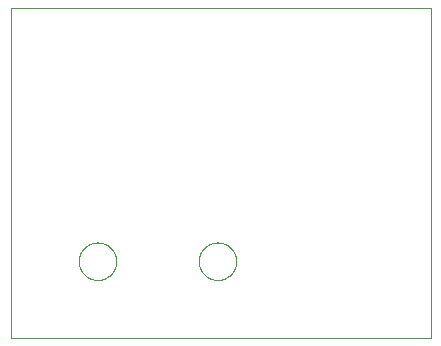
<source format=gbp>
G75*
%MOIN*%
%OFA0B0*%
%FSLAX25Y25*%
%IPPOS*%
%LPD*%
%AMOC8*
5,1,8,0,0,1.08239X$1,22.5*
%
%ADD10C,0.00000*%
D10*
X0001500Y0005000D02*
X0001500Y0115000D01*
X0141500Y0115000D01*
X0141500Y0005000D01*
X0001500Y0005000D01*
X0024250Y0030500D02*
X0024252Y0030658D01*
X0024258Y0030815D01*
X0024268Y0030973D01*
X0024282Y0031130D01*
X0024300Y0031286D01*
X0024321Y0031443D01*
X0024347Y0031598D01*
X0024377Y0031753D01*
X0024410Y0031907D01*
X0024448Y0032060D01*
X0024489Y0032213D01*
X0024534Y0032364D01*
X0024583Y0032514D01*
X0024636Y0032662D01*
X0024692Y0032810D01*
X0024753Y0032955D01*
X0024816Y0033100D01*
X0024884Y0033242D01*
X0024955Y0033383D01*
X0025029Y0033522D01*
X0025107Y0033659D01*
X0025189Y0033794D01*
X0025273Y0033927D01*
X0025362Y0034058D01*
X0025453Y0034186D01*
X0025548Y0034313D01*
X0025645Y0034436D01*
X0025746Y0034558D01*
X0025850Y0034676D01*
X0025957Y0034792D01*
X0026067Y0034905D01*
X0026179Y0035016D01*
X0026295Y0035123D01*
X0026413Y0035228D01*
X0026533Y0035330D01*
X0026656Y0035428D01*
X0026782Y0035524D01*
X0026910Y0035616D01*
X0027040Y0035705D01*
X0027172Y0035791D01*
X0027307Y0035873D01*
X0027444Y0035952D01*
X0027582Y0036027D01*
X0027722Y0036099D01*
X0027865Y0036167D01*
X0028008Y0036232D01*
X0028154Y0036293D01*
X0028301Y0036350D01*
X0028449Y0036404D01*
X0028599Y0036454D01*
X0028749Y0036500D01*
X0028901Y0036542D01*
X0029054Y0036581D01*
X0029208Y0036615D01*
X0029363Y0036646D01*
X0029518Y0036672D01*
X0029674Y0036695D01*
X0029831Y0036714D01*
X0029988Y0036729D01*
X0030145Y0036740D01*
X0030303Y0036747D01*
X0030461Y0036750D01*
X0030618Y0036749D01*
X0030776Y0036744D01*
X0030933Y0036735D01*
X0031091Y0036722D01*
X0031247Y0036705D01*
X0031404Y0036684D01*
X0031559Y0036660D01*
X0031714Y0036631D01*
X0031869Y0036598D01*
X0032022Y0036562D01*
X0032175Y0036521D01*
X0032326Y0036477D01*
X0032476Y0036429D01*
X0032625Y0036378D01*
X0032773Y0036322D01*
X0032919Y0036263D01*
X0033064Y0036200D01*
X0033207Y0036133D01*
X0033348Y0036063D01*
X0033487Y0035990D01*
X0033625Y0035913D01*
X0033761Y0035832D01*
X0033894Y0035748D01*
X0034025Y0035661D01*
X0034154Y0035570D01*
X0034281Y0035476D01*
X0034406Y0035379D01*
X0034527Y0035279D01*
X0034647Y0035176D01*
X0034763Y0035070D01*
X0034877Y0034961D01*
X0034989Y0034849D01*
X0035097Y0034735D01*
X0035202Y0034617D01*
X0035305Y0034497D01*
X0035404Y0034375D01*
X0035500Y0034250D01*
X0035593Y0034122D01*
X0035683Y0033993D01*
X0035769Y0033861D01*
X0035853Y0033727D01*
X0035932Y0033591D01*
X0036009Y0033453D01*
X0036081Y0033313D01*
X0036150Y0033171D01*
X0036216Y0033028D01*
X0036278Y0032883D01*
X0036336Y0032736D01*
X0036391Y0032588D01*
X0036442Y0032439D01*
X0036489Y0032288D01*
X0036532Y0032137D01*
X0036571Y0031984D01*
X0036607Y0031830D01*
X0036638Y0031676D01*
X0036666Y0031521D01*
X0036690Y0031365D01*
X0036710Y0031208D01*
X0036726Y0031051D01*
X0036738Y0030894D01*
X0036746Y0030737D01*
X0036750Y0030579D01*
X0036750Y0030421D01*
X0036746Y0030263D01*
X0036738Y0030106D01*
X0036726Y0029949D01*
X0036710Y0029792D01*
X0036690Y0029635D01*
X0036666Y0029479D01*
X0036638Y0029324D01*
X0036607Y0029170D01*
X0036571Y0029016D01*
X0036532Y0028863D01*
X0036489Y0028712D01*
X0036442Y0028561D01*
X0036391Y0028412D01*
X0036336Y0028264D01*
X0036278Y0028117D01*
X0036216Y0027972D01*
X0036150Y0027829D01*
X0036081Y0027687D01*
X0036009Y0027547D01*
X0035932Y0027409D01*
X0035853Y0027273D01*
X0035769Y0027139D01*
X0035683Y0027007D01*
X0035593Y0026878D01*
X0035500Y0026750D01*
X0035404Y0026625D01*
X0035305Y0026503D01*
X0035202Y0026383D01*
X0035097Y0026265D01*
X0034989Y0026151D01*
X0034877Y0026039D01*
X0034763Y0025930D01*
X0034647Y0025824D01*
X0034527Y0025721D01*
X0034406Y0025621D01*
X0034281Y0025524D01*
X0034154Y0025430D01*
X0034025Y0025339D01*
X0033894Y0025252D01*
X0033761Y0025168D01*
X0033625Y0025087D01*
X0033487Y0025010D01*
X0033348Y0024937D01*
X0033207Y0024867D01*
X0033064Y0024800D01*
X0032919Y0024737D01*
X0032773Y0024678D01*
X0032625Y0024622D01*
X0032476Y0024571D01*
X0032326Y0024523D01*
X0032175Y0024479D01*
X0032022Y0024438D01*
X0031869Y0024402D01*
X0031714Y0024369D01*
X0031559Y0024340D01*
X0031404Y0024316D01*
X0031247Y0024295D01*
X0031091Y0024278D01*
X0030933Y0024265D01*
X0030776Y0024256D01*
X0030618Y0024251D01*
X0030461Y0024250D01*
X0030303Y0024253D01*
X0030145Y0024260D01*
X0029988Y0024271D01*
X0029831Y0024286D01*
X0029674Y0024305D01*
X0029518Y0024328D01*
X0029363Y0024354D01*
X0029208Y0024385D01*
X0029054Y0024419D01*
X0028901Y0024458D01*
X0028749Y0024500D01*
X0028599Y0024546D01*
X0028449Y0024596D01*
X0028301Y0024650D01*
X0028154Y0024707D01*
X0028008Y0024768D01*
X0027865Y0024833D01*
X0027722Y0024901D01*
X0027582Y0024973D01*
X0027444Y0025048D01*
X0027307Y0025127D01*
X0027172Y0025209D01*
X0027040Y0025295D01*
X0026910Y0025384D01*
X0026782Y0025476D01*
X0026656Y0025572D01*
X0026533Y0025670D01*
X0026413Y0025772D01*
X0026295Y0025877D01*
X0026179Y0025984D01*
X0026067Y0026095D01*
X0025957Y0026208D01*
X0025850Y0026324D01*
X0025746Y0026442D01*
X0025645Y0026564D01*
X0025548Y0026687D01*
X0025453Y0026814D01*
X0025362Y0026942D01*
X0025273Y0027073D01*
X0025189Y0027206D01*
X0025107Y0027341D01*
X0025029Y0027478D01*
X0024955Y0027617D01*
X0024884Y0027758D01*
X0024816Y0027900D01*
X0024753Y0028045D01*
X0024692Y0028190D01*
X0024636Y0028338D01*
X0024583Y0028486D01*
X0024534Y0028636D01*
X0024489Y0028787D01*
X0024448Y0028940D01*
X0024410Y0029093D01*
X0024377Y0029247D01*
X0024347Y0029402D01*
X0024321Y0029557D01*
X0024300Y0029714D01*
X0024282Y0029870D01*
X0024268Y0030027D01*
X0024258Y0030185D01*
X0024252Y0030342D01*
X0024250Y0030500D01*
X0064250Y0030500D02*
X0064252Y0030658D01*
X0064258Y0030815D01*
X0064268Y0030973D01*
X0064282Y0031130D01*
X0064300Y0031286D01*
X0064321Y0031443D01*
X0064347Y0031598D01*
X0064377Y0031753D01*
X0064410Y0031907D01*
X0064448Y0032060D01*
X0064489Y0032213D01*
X0064534Y0032364D01*
X0064583Y0032514D01*
X0064636Y0032662D01*
X0064692Y0032810D01*
X0064753Y0032955D01*
X0064816Y0033100D01*
X0064884Y0033242D01*
X0064955Y0033383D01*
X0065029Y0033522D01*
X0065107Y0033659D01*
X0065189Y0033794D01*
X0065273Y0033927D01*
X0065362Y0034058D01*
X0065453Y0034186D01*
X0065548Y0034313D01*
X0065645Y0034436D01*
X0065746Y0034558D01*
X0065850Y0034676D01*
X0065957Y0034792D01*
X0066067Y0034905D01*
X0066179Y0035016D01*
X0066295Y0035123D01*
X0066413Y0035228D01*
X0066533Y0035330D01*
X0066656Y0035428D01*
X0066782Y0035524D01*
X0066910Y0035616D01*
X0067040Y0035705D01*
X0067172Y0035791D01*
X0067307Y0035873D01*
X0067444Y0035952D01*
X0067582Y0036027D01*
X0067722Y0036099D01*
X0067865Y0036167D01*
X0068008Y0036232D01*
X0068154Y0036293D01*
X0068301Y0036350D01*
X0068449Y0036404D01*
X0068599Y0036454D01*
X0068749Y0036500D01*
X0068901Y0036542D01*
X0069054Y0036581D01*
X0069208Y0036615D01*
X0069363Y0036646D01*
X0069518Y0036672D01*
X0069674Y0036695D01*
X0069831Y0036714D01*
X0069988Y0036729D01*
X0070145Y0036740D01*
X0070303Y0036747D01*
X0070461Y0036750D01*
X0070618Y0036749D01*
X0070776Y0036744D01*
X0070933Y0036735D01*
X0071091Y0036722D01*
X0071247Y0036705D01*
X0071404Y0036684D01*
X0071559Y0036660D01*
X0071714Y0036631D01*
X0071869Y0036598D01*
X0072022Y0036562D01*
X0072175Y0036521D01*
X0072326Y0036477D01*
X0072476Y0036429D01*
X0072625Y0036378D01*
X0072773Y0036322D01*
X0072919Y0036263D01*
X0073064Y0036200D01*
X0073207Y0036133D01*
X0073348Y0036063D01*
X0073487Y0035990D01*
X0073625Y0035913D01*
X0073761Y0035832D01*
X0073894Y0035748D01*
X0074025Y0035661D01*
X0074154Y0035570D01*
X0074281Y0035476D01*
X0074406Y0035379D01*
X0074527Y0035279D01*
X0074647Y0035176D01*
X0074763Y0035070D01*
X0074877Y0034961D01*
X0074989Y0034849D01*
X0075097Y0034735D01*
X0075202Y0034617D01*
X0075305Y0034497D01*
X0075404Y0034375D01*
X0075500Y0034250D01*
X0075593Y0034122D01*
X0075683Y0033993D01*
X0075769Y0033861D01*
X0075853Y0033727D01*
X0075932Y0033591D01*
X0076009Y0033453D01*
X0076081Y0033313D01*
X0076150Y0033171D01*
X0076216Y0033028D01*
X0076278Y0032883D01*
X0076336Y0032736D01*
X0076391Y0032588D01*
X0076442Y0032439D01*
X0076489Y0032288D01*
X0076532Y0032137D01*
X0076571Y0031984D01*
X0076607Y0031830D01*
X0076638Y0031676D01*
X0076666Y0031521D01*
X0076690Y0031365D01*
X0076710Y0031208D01*
X0076726Y0031051D01*
X0076738Y0030894D01*
X0076746Y0030737D01*
X0076750Y0030579D01*
X0076750Y0030421D01*
X0076746Y0030263D01*
X0076738Y0030106D01*
X0076726Y0029949D01*
X0076710Y0029792D01*
X0076690Y0029635D01*
X0076666Y0029479D01*
X0076638Y0029324D01*
X0076607Y0029170D01*
X0076571Y0029016D01*
X0076532Y0028863D01*
X0076489Y0028712D01*
X0076442Y0028561D01*
X0076391Y0028412D01*
X0076336Y0028264D01*
X0076278Y0028117D01*
X0076216Y0027972D01*
X0076150Y0027829D01*
X0076081Y0027687D01*
X0076009Y0027547D01*
X0075932Y0027409D01*
X0075853Y0027273D01*
X0075769Y0027139D01*
X0075683Y0027007D01*
X0075593Y0026878D01*
X0075500Y0026750D01*
X0075404Y0026625D01*
X0075305Y0026503D01*
X0075202Y0026383D01*
X0075097Y0026265D01*
X0074989Y0026151D01*
X0074877Y0026039D01*
X0074763Y0025930D01*
X0074647Y0025824D01*
X0074527Y0025721D01*
X0074406Y0025621D01*
X0074281Y0025524D01*
X0074154Y0025430D01*
X0074025Y0025339D01*
X0073894Y0025252D01*
X0073761Y0025168D01*
X0073625Y0025087D01*
X0073487Y0025010D01*
X0073348Y0024937D01*
X0073207Y0024867D01*
X0073064Y0024800D01*
X0072919Y0024737D01*
X0072773Y0024678D01*
X0072625Y0024622D01*
X0072476Y0024571D01*
X0072326Y0024523D01*
X0072175Y0024479D01*
X0072022Y0024438D01*
X0071869Y0024402D01*
X0071714Y0024369D01*
X0071559Y0024340D01*
X0071404Y0024316D01*
X0071247Y0024295D01*
X0071091Y0024278D01*
X0070933Y0024265D01*
X0070776Y0024256D01*
X0070618Y0024251D01*
X0070461Y0024250D01*
X0070303Y0024253D01*
X0070145Y0024260D01*
X0069988Y0024271D01*
X0069831Y0024286D01*
X0069674Y0024305D01*
X0069518Y0024328D01*
X0069363Y0024354D01*
X0069208Y0024385D01*
X0069054Y0024419D01*
X0068901Y0024458D01*
X0068749Y0024500D01*
X0068599Y0024546D01*
X0068449Y0024596D01*
X0068301Y0024650D01*
X0068154Y0024707D01*
X0068008Y0024768D01*
X0067865Y0024833D01*
X0067722Y0024901D01*
X0067582Y0024973D01*
X0067444Y0025048D01*
X0067307Y0025127D01*
X0067172Y0025209D01*
X0067040Y0025295D01*
X0066910Y0025384D01*
X0066782Y0025476D01*
X0066656Y0025572D01*
X0066533Y0025670D01*
X0066413Y0025772D01*
X0066295Y0025877D01*
X0066179Y0025984D01*
X0066067Y0026095D01*
X0065957Y0026208D01*
X0065850Y0026324D01*
X0065746Y0026442D01*
X0065645Y0026564D01*
X0065548Y0026687D01*
X0065453Y0026814D01*
X0065362Y0026942D01*
X0065273Y0027073D01*
X0065189Y0027206D01*
X0065107Y0027341D01*
X0065029Y0027478D01*
X0064955Y0027617D01*
X0064884Y0027758D01*
X0064816Y0027900D01*
X0064753Y0028045D01*
X0064692Y0028190D01*
X0064636Y0028338D01*
X0064583Y0028486D01*
X0064534Y0028636D01*
X0064489Y0028787D01*
X0064448Y0028940D01*
X0064410Y0029093D01*
X0064377Y0029247D01*
X0064347Y0029402D01*
X0064321Y0029557D01*
X0064300Y0029714D01*
X0064282Y0029870D01*
X0064268Y0030027D01*
X0064258Y0030185D01*
X0064252Y0030342D01*
X0064250Y0030500D01*
M02*

</source>
